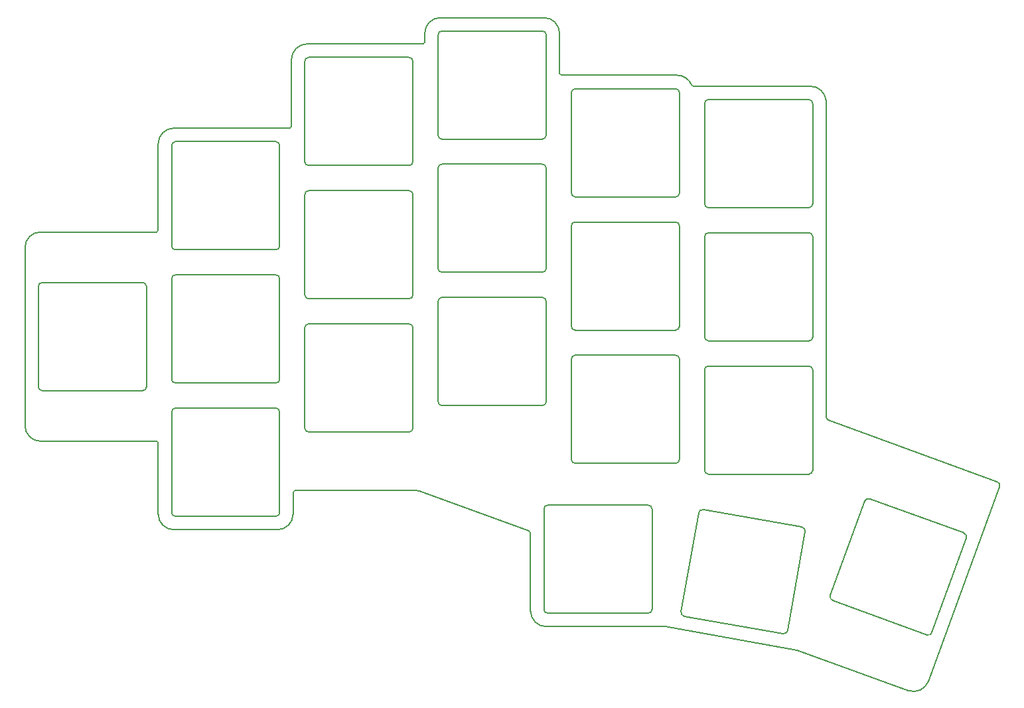
<source format=gbr>
G04 #@! TF.GenerationSoftware,KiCad,Pcbnew,8.0.2-1*
G04 #@! TF.CreationDate,2024-07-27T23:16:25+01:00*
G04 #@! TF.ProjectId,plate__raven-split-38key__choc-hotswap-n!n_plate,706c6174-655f-45f7-9261-76656e2d7370,0.1*
G04 #@! TF.SameCoordinates,Original*
G04 #@! TF.FileFunction,Profile,NP*
%FSLAX46Y46*%
G04 Gerber Fmt 4.6, Leading zero omitted, Abs format (unit mm)*
G04 Created by KiCad (PCBNEW 8.0.2-1) date 2024-07-27 23:16:25*
%MOMM*%
%LPD*%
G01*
G04 APERTURE LIST*
G04 #@! TA.AperFunction,Profile*
%ADD10C,0.200000*%
G04 #@! TD*
G04 #@! TA.AperFunction,Profile*
%ADD11C,0.150000*%
G04 #@! TD*
G04 APERTURE END LIST*
D10*
X173200000Y-119825000D02*
X173200000Y-132625000D01*
D11*
X144000000Y-60475000D02*
X129200000Y-60475000D01*
X176400000Y-64475000D02*
X161600000Y-64475000D01*
D10*
X129400000Y-96200000D02*
X142200000Y-96200000D01*
D11*
X159400000Y-57125000D02*
X146200000Y-57125000D01*
D10*
X163400000Y-114000000D02*
X176200000Y-114000000D01*
X180400000Y-98375000D02*
X193200000Y-98375000D01*
X146400000Y-58825000D02*
X159200000Y-58825000D01*
X112400000Y-89950000D02*
X125200000Y-89950000D01*
X172700000Y-119325000D02*
G75*
G02*
X173200000Y-119825000I0J-500000D01*
G01*
X179900000Y-102075000D02*
X179900000Y-114875000D01*
X162900000Y-83700000D02*
G75*
G02*
X163400000Y-83200000I500000J0D01*
G01*
X159700000Y-93325000D02*
X159700000Y-106125000D01*
X200972846Y-118527509D02*
X213000912Y-122905367D01*
X125200000Y-89950000D02*
G75*
G02*
X125700000Y-90450000I0J-500000D01*
G01*
X129400000Y-76000000D02*
X142200000Y-76000000D01*
D11*
X110200000Y-111375000D02*
X110200000Y-120475000D01*
D10*
X129400000Y-93000000D02*
G75*
G02*
X128900000Y-92500000I0J500000D01*
G01*
D11*
X127400000Y-120475000D02*
X127400000Y-117675000D01*
D10*
X176200000Y-66200000D02*
G75*
G02*
X176700000Y-66700000I0J-500000D01*
G01*
X145900000Y-93325000D02*
X145900000Y-106125000D01*
X128900000Y-62700000D02*
X128900000Y-75500000D01*
D11*
X157500000Y-122625000D02*
G75*
G02*
X157700000Y-122925000I-163100J-325400D01*
G01*
D10*
X179900000Y-85075000D02*
X179900000Y-97875000D01*
X200331990Y-118826345D02*
G75*
G02*
X200972821Y-118527578I469810J-171055D01*
G01*
X125700000Y-103250000D02*
G75*
G02*
X125200000Y-103750000I-500000J0D01*
G01*
X213000912Y-122905367D02*
G75*
G02*
X213299731Y-123546217I-171012J-469833D01*
G01*
X111900000Y-73450000D02*
X111900000Y-86250000D01*
D11*
X174850000Y-134825000D02*
X191675056Y-137819997D01*
X161400000Y-64275000D02*
X161400000Y-59125000D01*
X93199999Y-86475000D02*
X93200000Y-109174999D01*
D10*
X159400000Y-119825000D02*
X159400000Y-132625000D01*
X129400000Y-93000000D02*
X142200000Y-93000000D01*
X128900000Y-79700000D02*
G75*
G02*
X129400000Y-79200000I500000J0D01*
G01*
X142700000Y-92500000D02*
G75*
G02*
X142200000Y-93000000I-500000J0D01*
G01*
X159900000Y-133125000D02*
X172700000Y-133125000D01*
X193200000Y-67575000D02*
G75*
G02*
X193700000Y-68075000I0J-500000D01*
G01*
D11*
X95200000Y-111175000D02*
G75*
G02*
X93200000Y-109174999I0J2000000D01*
G01*
X178450000Y-65875000D02*
G75*
G02*
X178249954Y-65725013I0J208400D01*
G01*
D10*
X159700000Y-59325000D02*
X159700000Y-72125000D01*
X125700000Y-120250000D02*
G75*
G02*
X125200000Y-120750000I-500000J0D01*
G01*
X159400000Y-119825000D02*
G75*
G02*
X159900000Y-119325000I500000J0D01*
G01*
D11*
X159400000Y-57125000D02*
G75*
G02*
X161400000Y-59125000I0J-2000000D01*
G01*
D10*
X142700000Y-79700000D02*
X142700000Y-92500000D01*
X95400000Y-104725000D02*
X108200000Y-104725000D01*
D11*
X174800000Y-134825000D02*
X174850000Y-134825000D01*
D10*
X213299748Y-123546223D02*
X208921890Y-135574289D01*
X128900000Y-96700000D02*
G75*
G02*
X129400000Y-96200000I500000J0D01*
G01*
D11*
X127400000Y-117675000D02*
G75*
G02*
X127600000Y-117475000I200000J0D01*
G01*
X127000000Y-71225000D02*
X112200000Y-71225000D01*
D10*
X176700000Y-66700000D02*
X176700000Y-79500000D01*
X108200000Y-90925000D02*
G75*
G02*
X108700000Y-91425000I0J-500000D01*
G01*
X112400000Y-86750000D02*
X125200000Y-86750000D01*
X146400000Y-72625000D02*
X159200000Y-72625000D01*
X179900000Y-85075000D02*
G75*
G02*
X180400000Y-84575000I500000J0D01*
G01*
X142200000Y-96200000D02*
G75*
G02*
X142700000Y-96700000I0J-500000D01*
G01*
X159200000Y-75825000D02*
G75*
G02*
X159700000Y-76325000I0J-500000D01*
G01*
X163400000Y-114000000D02*
G75*
G02*
X162900000Y-113500000I0J500000D01*
G01*
X176700000Y-113500000D02*
G75*
G02*
X176200000Y-114000000I-500000J0D01*
G01*
X146400000Y-89625000D02*
G75*
G02*
X145900000Y-89125000I0J500000D01*
G01*
D11*
X127200000Y-62475000D02*
G75*
G02*
X129200000Y-60475000I2000000J0D01*
G01*
D10*
X173200000Y-132625000D02*
G75*
G02*
X172700000Y-133125000I-500000J0D01*
G01*
X162900000Y-66700000D02*
G75*
G02*
X163400000Y-66200000I500000J0D01*
G01*
D11*
X110000000Y-84475000D02*
X95200000Y-84475000D01*
D10*
X179139129Y-120323895D02*
G75*
G02*
X179718353Y-119918337I492371J-86805D01*
G01*
X180400000Y-115375000D02*
G75*
G02*
X179900000Y-114875000I0J500000D01*
G01*
D11*
X205891731Y-142990053D02*
X191675056Y-137819997D01*
X112200000Y-122475000D02*
G75*
G02*
X110200000Y-120475000I0J2000000D01*
G01*
D10*
X180400000Y-81375000D02*
X193200000Y-81375000D01*
X95400000Y-104725000D02*
G75*
G02*
X94900000Y-104225000I0J500000D01*
G01*
X192323896Y-122141012D02*
G75*
G02*
X192729480Y-122720241I-86796J-492388D01*
G01*
X176200000Y-100200000D02*
G75*
G02*
X176700000Y-100700000I0J-500000D01*
G01*
X180400000Y-84575000D02*
X193200000Y-84575000D01*
X180400000Y-81375000D02*
G75*
G02*
X179900000Y-80875000I0J500000D01*
G01*
X146400000Y-92825000D02*
X159200000Y-92825000D01*
D11*
X176400000Y-64475000D02*
G75*
G02*
X178250000Y-65725000I0J-1994000D01*
G01*
X217207382Y-116324172D02*
X195691837Y-108452588D01*
D10*
X200331990Y-118826345D02*
X195954132Y-130854411D01*
X112400000Y-103750000D02*
X125200000Y-103750000D01*
X163400000Y-97000000D02*
G75*
G02*
X162900000Y-96500000I0J500000D01*
G01*
X112400000Y-72950000D02*
X125200000Y-72950000D01*
X179900000Y-68075000D02*
G75*
G02*
X180400000Y-67575000I500000J0D01*
G01*
D11*
X208455157Y-141794708D02*
G75*
G02*
X205891740Y-142990029I-1879257J683808D01*
G01*
D10*
X125700000Y-73450000D02*
X125700000Y-86250000D01*
X112400000Y-106950000D02*
X125200000Y-106950000D01*
D11*
X157700000Y-132825000D02*
X157700000Y-122925000D01*
X127600000Y-117475000D02*
X143075000Y-117450000D01*
D10*
X159700000Y-89125000D02*
G75*
G02*
X159200000Y-89625000I-500000J0D01*
G01*
D11*
X159700000Y-134825000D02*
X174800000Y-134825000D01*
D10*
X190506779Y-135325779D02*
G75*
G02*
X189927550Y-135731366I-492379J86779D01*
G01*
X129400000Y-76000000D02*
G75*
G02*
X128900000Y-75500000I0J500000D01*
G01*
D11*
X110200000Y-84275000D02*
G75*
G02*
X110000000Y-84475000I-200000J0D01*
G01*
D10*
X163400000Y-66200000D02*
X176200000Y-66200000D01*
X176700000Y-79500000D02*
G75*
G02*
X176200000Y-80000000I-500000J0D01*
G01*
X159200000Y-58825000D02*
G75*
G02*
X159700000Y-59325000I0J-500000D01*
G01*
X179718357Y-119918315D02*
X192323896Y-122141012D01*
X128900000Y-96700000D02*
X128900000Y-109500000D01*
X159900000Y-133125000D02*
G75*
G02*
X159400000Y-132625000I0J500000D01*
G01*
D11*
X93199999Y-86475000D02*
G75*
G02*
X95200000Y-84474999I2000001J0D01*
G01*
X193400000Y-65875000D02*
X178450000Y-65875000D01*
D10*
X142200000Y-62200000D02*
G75*
G02*
X142700000Y-62700000I0J-500000D01*
G01*
X177322012Y-133508662D02*
G75*
G02*
X176916451Y-132929437I86788J492362D01*
G01*
X146400000Y-106625000D02*
X159200000Y-106625000D01*
X125700000Y-90450000D02*
X125700000Y-103250000D01*
D11*
X195387571Y-107988779D02*
X195400000Y-67675000D01*
D10*
X128900000Y-79700000D02*
X128900000Y-92500000D01*
X179900000Y-68075000D02*
X179900000Y-80875000D01*
X146400000Y-72625000D02*
G75*
G02*
X145900000Y-72125000I0J500000D01*
G01*
X193700000Y-114875000D02*
G75*
G02*
X193200000Y-115375000I-500000J0D01*
G01*
X159700000Y-106125000D02*
G75*
G02*
X159200000Y-106625000I-500000J0D01*
G01*
X112400000Y-103750000D02*
G75*
G02*
X111900000Y-103250000I0J500000D01*
G01*
X145900000Y-76325000D02*
X145900000Y-89125000D01*
D11*
X195691837Y-108452588D02*
G75*
G02*
X195387585Y-107988779I201363J463788D01*
G01*
D10*
X111900000Y-107450000D02*
X111900000Y-120250000D01*
X142700000Y-75500000D02*
G75*
G02*
X142200000Y-76000000I-500000J0D01*
G01*
X177322012Y-133508662D02*
X189927551Y-135731359D01*
X142200000Y-79200000D02*
G75*
G02*
X142700000Y-79700000I0J-500000D01*
G01*
X108700000Y-104225000D02*
G75*
G02*
X108200000Y-104725000I-500000J0D01*
G01*
D11*
X217207382Y-116324172D02*
G75*
G02*
X217499209Y-116991335I-163282J-468828D01*
G01*
D10*
X180400000Y-101575000D02*
X193200000Y-101575000D01*
D11*
X157500000Y-122625000D02*
X143500000Y-117529454D01*
X144200000Y-59125000D02*
X144200000Y-60275000D01*
X112200000Y-122475000D02*
X125400000Y-122475000D01*
X127200000Y-62475000D02*
X127200000Y-71025000D01*
D10*
X176200000Y-83200000D02*
G75*
G02*
X176700000Y-83700000I0J-500000D01*
G01*
D11*
X144200000Y-59125000D02*
G75*
G02*
X146200000Y-57125000I2000000J0D01*
G01*
D10*
X163400000Y-83200000D02*
X176200000Y-83200000D01*
X145900000Y-59325000D02*
G75*
G02*
X146400000Y-58825000I500000J0D01*
G01*
X145900000Y-93325000D02*
G75*
G02*
X146400000Y-92825000I500000J0D01*
G01*
X159700000Y-72125000D02*
G75*
G02*
X159200000Y-72625000I-500000J0D01*
G01*
D11*
X127200000Y-71025000D02*
G75*
G02*
X127000000Y-71225000I-200000J0D01*
G01*
D10*
X180400000Y-67575000D02*
X193200000Y-67575000D01*
X142700000Y-96700000D02*
X142700000Y-109500000D01*
D11*
X127400000Y-120475000D02*
G75*
G02*
X125400000Y-122475000I-2000000J0D01*
G01*
D10*
X95400000Y-90925000D02*
X108200000Y-90925000D01*
X111900000Y-90450000D02*
G75*
G02*
X112400000Y-89950000I500000J0D01*
G01*
X162900000Y-66700000D02*
X162900000Y-79500000D01*
X163400000Y-80000000D02*
G75*
G02*
X162900000Y-79500000I0J500000D01*
G01*
D11*
X193400000Y-65875000D02*
G75*
G02*
X195399990Y-67675001I0J-2011100D01*
G01*
D10*
X162900000Y-100700000D02*
G75*
G02*
X163400000Y-100200000I500000J0D01*
G01*
X163400000Y-97000000D02*
X176200000Y-97000000D01*
X180400000Y-98375000D02*
G75*
G02*
X179900000Y-97875000I0J500000D01*
G01*
X112400000Y-120750000D02*
G75*
G02*
X111900000Y-120250000I0J500000D01*
G01*
X129400000Y-62200000D02*
X142200000Y-62200000D01*
X94900000Y-91425000D02*
X94900000Y-104225000D01*
X125200000Y-72950000D02*
G75*
G02*
X125700000Y-73450000I0J-500000D01*
G01*
X125700000Y-107450000D02*
X125700000Y-120250000D01*
X179139129Y-120323895D02*
X176916432Y-132929434D01*
X179900000Y-102075000D02*
G75*
G02*
X180400000Y-101575000I500000J0D01*
G01*
X111900000Y-90450000D02*
X111900000Y-103250000D01*
D11*
X159700000Y-134825000D02*
G75*
G02*
X157700000Y-132825000I0J2000000D01*
G01*
D10*
X196252968Y-131495267D02*
X208281034Y-135873125D01*
X193200000Y-84575000D02*
G75*
G02*
X193700000Y-85075000I0J-500000D01*
G01*
D11*
X143075000Y-117450000D02*
G75*
G02*
X143499995Y-117529468I-2400J-1189000D01*
G01*
D10*
X163400000Y-80000000D02*
X176200000Y-80000000D01*
X176700000Y-100700000D02*
X176700000Y-113500000D01*
D11*
X144200000Y-60275000D02*
G75*
G02*
X144000000Y-60475000I-200000J0D01*
G01*
D10*
X159900000Y-119325000D02*
X172700000Y-119325000D01*
D11*
X110000000Y-111175000D02*
G75*
G02*
X110200000Y-111375000I0J-200000D01*
G01*
D10*
X94900000Y-91425000D02*
G75*
G02*
X95400000Y-90925000I500000J0D01*
G01*
X162900000Y-100700000D02*
X162900000Y-113500000D01*
X193200000Y-101575000D02*
G75*
G02*
X193700000Y-102075000I0J-500000D01*
G01*
D11*
X161600000Y-64475000D02*
G75*
G02*
X161400000Y-64275000I0J200000D01*
G01*
D10*
X129400000Y-79200000D02*
X142200000Y-79200000D01*
D11*
X217499243Y-116991350D02*
X208455157Y-141794708D01*
D10*
X180400000Y-115375000D02*
X193200000Y-115375000D01*
X163400000Y-100200000D02*
X176200000Y-100200000D01*
D11*
X110200000Y-73225000D02*
G75*
G02*
X112200000Y-71225000I2000000J0D01*
G01*
D10*
X176700000Y-83700000D02*
X176700000Y-96500000D01*
D11*
X95200000Y-111175000D02*
X110000000Y-111175000D01*
D10*
X142700000Y-109500000D02*
G75*
G02*
X142200000Y-110000000I-500000J0D01*
G01*
X112400000Y-86750000D02*
G75*
G02*
X111900000Y-86250000I0J500000D01*
G01*
X125700000Y-86250000D02*
G75*
G02*
X125200000Y-86750000I-500000J0D01*
G01*
X112400000Y-120750000D02*
X125200000Y-120750000D01*
X111900000Y-107450000D02*
G75*
G02*
X112400000Y-106950000I500000J0D01*
G01*
X159700000Y-76325000D02*
X159700000Y-89125000D01*
X108700000Y-91425000D02*
X108700000Y-104225000D01*
X193700000Y-97875000D02*
G75*
G02*
X193200000Y-98375000I-500000J0D01*
G01*
X142700000Y-62700000D02*
X142700000Y-75500000D01*
X196252968Y-131495267D02*
G75*
G02*
X195954119Y-130854406I171032J469867D01*
G01*
X128900000Y-62700000D02*
G75*
G02*
X129400000Y-62200000I500000J0D01*
G01*
X192729476Y-122720240D02*
X190506779Y-135325779D01*
X162900000Y-83700000D02*
X162900000Y-96500000D01*
X193700000Y-68075000D02*
X193700000Y-80875000D01*
X146400000Y-75825000D02*
X159200000Y-75825000D01*
X193700000Y-80875000D02*
G75*
G02*
X193200000Y-81375000I-500000J0D01*
G01*
X193700000Y-102075000D02*
X193700000Y-114875000D01*
X145900000Y-76325000D02*
G75*
G02*
X146400000Y-75825000I500000J0D01*
G01*
X176700000Y-96500000D02*
G75*
G02*
X176200000Y-97000000I-500000J0D01*
G01*
D11*
X110200000Y-73225000D02*
X110200000Y-84275000D01*
D10*
X146400000Y-89625000D02*
X159200000Y-89625000D01*
X129400000Y-110000000D02*
G75*
G02*
X128900000Y-109500000I0J500000D01*
G01*
X193700000Y-85075000D02*
X193700000Y-97875000D01*
X145900000Y-59325000D02*
X145900000Y-72125000D01*
X125200000Y-106950000D02*
G75*
G02*
X125700000Y-107450000I0J-500000D01*
G01*
X208921890Y-135574289D02*
G75*
G02*
X208281010Y-135873190I-469890J170989D01*
G01*
X159200000Y-92825000D02*
G75*
G02*
X159700000Y-93325000I0J-500000D01*
G01*
X129400000Y-110000000D02*
X142200000Y-110000000D01*
X111900000Y-73450000D02*
G75*
G02*
X112400000Y-72950000I500000J0D01*
G01*
X146400000Y-106625000D02*
G75*
G02*
X145900000Y-106125000I0J500000D01*
G01*
M02*

</source>
